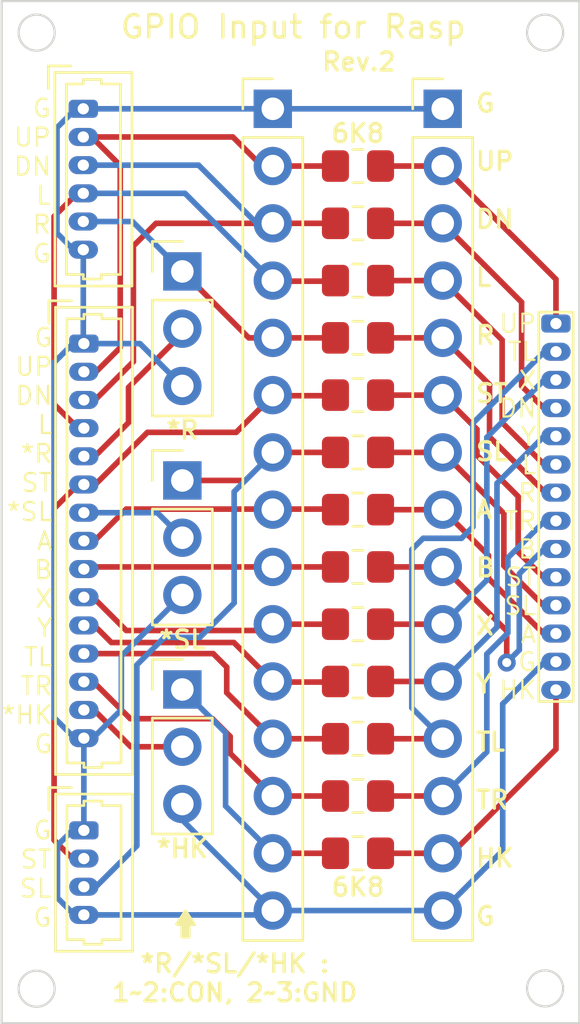
<source format=kicad_pcb>
(kicad_pcb (version 20221018) (generator pcbnew)
  (title_block (title "Raspberry Pie GPIO Input Module") (date "2023-03-26") (rev "2") (company "Amos Home"))
  (layers (0 "F.Cu" signal) (31 "B.Cu" signal) (34 "B.Paste" user) (35 "F.Paste" user) (36 "B.SilkS" user "B.Silkscreen") (37 "F.SilkS" user "F.Silkscreen") (38 "B.Mask" user) (39 "F.Mask" user) (44 "Edge.Cuts" user))
  (net 0 "")
  (net 1 "/GND")
  (net 2 "/UP")
  (net 3 "/DOWN")
  (net 4 "/LEFT")
  (net 5 "/RIGHT")
  (net 6 "/START")
  (net 7 "/SELECT")
  (net 8 "/RIGHT_T")
  (net 9 "/SELECT_T")
  (net 10 "/A")
  (net 11 "/B")
  (net 12 "/X")
  (net 13 "/Y")
  (net 14 "/TL")
  (net 15 "/TR")
  (net 16 "/HK_T")
  (net 17 "/HK")
  (net 18 "/C_UP")
  (net 19 "/C_DOWN")
  (net 20 "/C_LEFT")
  (net 21 "/C_RIGHT")
  (net 22 "/C_START")
  (net 23 "/C_SELECT")
  (net 24 "/C_A")
  (net 25 "/C_B")
  (net 26 "/C_X")
  (net 27 "/C_Y")
  (net 28 "/C_TL")
  (net 29 "/C_TR")
  (net 30 "/C_HK")
  (footprint "Resistor_SMD:R_0805_2012Metric_Pad1.20x1.40mm_HandSolder" (layer "F.Cu") (at 142.043151 110.9726)
    (fp_text reference "R10" hide)
    (fp_text value "6K8" hide)
    (fp_line (start -0.227064 -0.735) (end 0.227064 -0.735) (stroke (width 0.12)) (layer "F.SilkS"))
    (fp_line (start -0.227064 0.735) (end 0.227064 0.735) (stroke (width 0.12)) (layer "F.SilkS"))
    (pad "1" smd roundrect (at -1 0) (size 1.2 1.4) (layers "F.Cu" "F.Paste" "F.Mask") (roundrect_rratio 0.2083333333) (net 13 "/Y"))
    (pad "2" smd roundrect (at 1 0) (size 1.2 1.4) (layers "F.Cu" "F.Paste" "F.Mask") (roundrect_rratio 0.2083333333) (net 27 "/C_Y"))
  )
  (footprint "Resistor_SMD:R_0805_2012Metric_Pad1.20x1.40mm_HandSolder" (layer "F.Cu") (at 142.043151 116.0526)
    (fp_text reference "R12" hide)
    (fp_text value "6K8" hide)
    (fp_line (start -0.227064 -0.735) (end 0.227064 -0.735) (stroke (width 0.12)) (layer "F.SilkS"))
    (fp_line (start -0.227064 0.735) (end 0.227064 0.735) (stroke (width 0.12)) (layer "F.SilkS"))
    (pad "1" smd roundrect (at -1 0) (size 1.2 1.4) (layers "F.Cu" "F.Paste" "F.Mask") (roundrect_rratio 0.2083333333) (net 15 "/TR"))
    (pad "2" smd roundrect (at 1 0) (size 1.2 1.4) (layers "F.Cu" "F.Paste" "F.Mask") (roundrect_rratio 0.2083333333) (net 29 "/C_TR"))
  )
  (footprint "joystick_gpio_input_library:conn_ex_1x14_P1.25mm_Vertical_Left_Labeled" (layer "F.Cu") (at 150.8252 95.0976 -90)
    (fp_text reference "J6" hide)
    (fp_text value "Conn_01x14" hide)
    (fp_text user "TL" (at 1.2446 0.8128 unlocked) (layer "F.SilkS") (effects (font (size 0.8 0.8) (thickness 0.1)) (justify right)))
    (fp_text user "UP" (at 0 0.8128 unlocked) (layer "F.SilkS") (effects (font (size 0.8 0.8) (thickness 0.1)) (justify right)))
    (fp_text user "R" (at 7.5184 0.8128 unlocked) (layer "F.SilkS") (effects (font (size 0.8 0.8) (thickness 0.1)) (justify right)))
    (fp_text user "Y" (at 5.0038 0.8128 unlocked) (layer "F.SilkS") (effects (font (size 0.8 0.8) (thickness 0.1)) (justify right)))
    (fp_text user "B" (at 10.0076 0.8128 unlocked) (layer "F.SilkS") (effects (font (size 0.8 0.8) (thickness 0.1)) (justify right)))
    (fp_text user "G" (at 15.0114 0.8128 unlocked) (layer "F.SilkS") (effects (font (size 0.8 0.8) (thickness 0.1)) (justify right)))
    (fp_text user "X" (at 2.5146 0.8128 unlocked) (layer "F.SilkS") (effects (font (size 0.8 0.8) (thickness 0.1)) (justify right)))
    (fp_text user "L" (at 6.2738 0.8128 unlocked) (layer "F.SilkS") (effects (font (size 0.8 0.8) (thickness 0.1)) (justify right)))
    (fp_text user "HK" (at 16.256 0.8128 unlocked) (layer "F.SilkS") (effects (font (size 0.8 0.8) (thickness 0.1)) (justify right)))
    (fp_text user "ST" (at 11.2522 0.8128 unlocked) (layer "F.SilkS") (effects (font (size 0.8 0.8) (thickness 0.1)) (justify right)))
    (fp_text user "TR" (at 8.763 0.8128 unlocked) (layer "F.SilkS") (effects (font (size 0.8 0.8) (thickness 0.1)) (justify right)))
    (fp_text user "DN" (at 3.7592 0.8128 unlocked) (layer "F.SilkS") (effects (font (size 0.8 0.8) (thickness 0.1)) (justify right)))
    (fp_text user "SL" (at 12.5222 0.8128 unlocked) (layer "F.SilkS") (effects (font (size 0.8 0.8) (thickness 0.1)) (justify right)))
    (fp_text user "A" (at 13.7668 0.8128 unlocked) (layer "F.SilkS") (effects (font (size 0.8 0.8) (thickness 0.1)) (justify right)))
    (fp_line (start -0.508 -0.762) (end 16.764 -0.762) (stroke (width 0.12)) (layer "F.SilkS"))
    (fp_line (start -0.508 0.762) (end -0.508 -0.762) (stroke (width 0.12)) (layer "F.SilkS"))
    (fp_line (start 16.764 0.762) (end -0.508 0.762) (stroke (width 0.12)) (layer "F.SilkS"))
    (fp_line (start 16.764 0.762) (end 16.764 -0.762) (stroke (width 0.12)) (layer "F.SilkS"))
    (pad "1" thru_hole roundrect (at 0 0 270) (size 0.8 1.3) (drill 0.5) (layers "*.Cu" "*.Mask") (net 18 "/C_UP"))
    (pad "2" thru_hole oval (at 1.25 0 270) (size 0.8 1.3) (drill 0.5) (layers "*.Cu" "*.Mask") (net 28 "/C_TL"))
    (pad "3" thru_hole oval (at 2.5 0 270) (size 0.8 1.3) (drill 0.5) (layers "*.Cu" "*.Mask") (net 26 "/C_X"))
    (pad "4" thru_hole oval (at 3.75 0 270) (size 0.8 1.3) (drill 0.5) (layers "*.Cu" "*.Mask") (net 19 "/C_DOWN"))
    (pad "5" thru_hole oval (at 5 0 270) (size 0.8 1.3) (drill 0.5) (layers "*.Cu" "*.Mask") (net 27 "/C_Y"))
    (pad "6" thru_hole oval (at 6.25 0 270) (size 0.8 1.3) (drill 0.5) (layers "*.Cu" "*.Mask") (net 20 "/C_LEFT"))
    (pad "7" thru_hole oval (at 7.5 0 270) (size 0.8 1.3) (drill 0.5) (layers "*.Cu" "*.Mask") (net 21 "/C_RIGHT"))
    (pad "8" thru_hole oval (at 8.75 0 270) (size 0.8 1.3) (drill 0.5) (layers "*.Cu" "*.Mask") (net 29 "/C_TR"))
    (pad "9" thru_hole oval (at 10 0 270) (size 0.8 1.3) (drill 0.5) (layers "*.Cu" "*.Mask") (net 25 "/C_B"))
    (pad "10" thru_hole oval (at 11.25 0 270) (size 0.8 1.3) (drill 0.5) (layers "*.Cu" "*.Mask") (net 22 "/C_START"))
    (pad "11" thru_hole oval (at 12.5 0 270) (size 0.8 1.3) (drill 0.5) (layers "*.Cu" "*.Mask") (net 23 "/C_SELECT"))
    (pad "12" thru_hole oval (at 13.75 0 270) (size 0.8 1.3) (drill 0.5) (layers "*.Cu" "*.Mask") (net 24 "/C_A"))
    (pad "13" thru_hole oval (at 15 0 270) (size 0.8 1.3) (drill 0.5) (layers "*.Cu" "*.Mask") (net 1 "/GND"))
    (pad "14" thru_hole oval (at 16.25 0 270) (size 0.8 1.3) (drill 0.5) (layers "*.Cu" "*.Mask") (net 30 "/C_HK"))
  )
  (footprint "Resistor_SMD:R_0805_2012Metric_Pad1.20x1.40mm_HandSolder" (layer "F.Cu") (at 142.043151 118.5926)
    (fp_text reference "R13" hide)
    (fp_text value "6K8" (at 0 1.4986) (layer "F.SilkS") (effects (font (size 0.8 0.8))))
    (fp_line (start -0.227064 -0.735) (end 0.227064 -0.735) (stroke (width 0.12)) (layer "F.SilkS"))
    (fp_line (start -0.227064 0.735) (end 0.227064 0.735) (stroke (width 0.12)) (layer "F.SilkS"))
    (pad "1" smd roundrect (at -1 0) (size 1.2 1.4) (layers "F.Cu" "F.Paste" "F.Mask") (roundrect_rratio 0.2083333333) (net 17 "/HK"))
    (pad "2" smd roundrect (at 1 0) (size 1.2 1.4) (layers "F.Cu" "F.Paste" "F.Mask") (roundrect_rratio 0.2083333333) (net 30 "/C_HK"))
  )
  (footprint "Resistor_SMD:R_0805_2012Metric_Pad1.20x1.40mm_HandSolder" (layer "F.Cu") (at 142.043151 113.5126)
    (fp_text reference "R11" hide)
    (fp_text value "6K8" hide)
    (fp_line (start -0.227064 -0.735) (end 0.227064 -0.735) (stroke (width 0.12)) (layer "F.SilkS"))
    (fp_line (start -0.227064 0.735) (end 0.227064 0.735) (stroke (width 0.12)) (layer "F.SilkS"))
    (pad "1" smd roundrect (at -1 0) (size 1.2 1.4) (layers "F.Cu" "F.Paste" "F.Mask") (roundrect_rratio 0.2083333333) (net 14 "/TL"))
    (pad "2" smd roundrect (at 1 0) (size 1.2 1.4) (layers "F.Cu" "F.Paste" "F.Mask") (roundrect_rratio 0.2083333333) (net 28 "/C_TL"))
  )
  (footprint "Resistor_SMD:R_0805_2012Metric_Pad1.20x1.40mm_HandSolder" (layer "F.Cu") (at 142.043151 95.7326)
    (fp_text reference "R4" hide)
    (fp_text value "6K8" hide)
    (fp_line (start -0.227064 -0.735) (end 0.227064 -0.735) (stroke (width 0.12)) (layer "F.SilkS"))
    (fp_line (start -0.227064 0.735) (end 0.227064 0.735) (stroke (width 0.12)) (layer "F.SilkS"))
    (pad "1" smd roundrect (at -1 0) (size 1.2 1.4) (layers "F.Cu" "F.Paste" "F.Mask") (roundrect_rratio 0.2083333333) (net 5 "/RIGHT"))
    (pad "2" smd roundrect (at 1 0) (size 1.2 1.4) (layers "F.Cu" "F.Paste" "F.Mask") (roundrect_rratio 0.2083333333) (net 21 "/C_RIGHT"))
  )
  (footprint "Resistor_SMD:R_0805_2012Metric_Pad1.20x1.40mm_HandSolder" (layer "F.Cu") (at 142.043151 108.4326)
    (fp_text reference "R9" hide)
    (fp_text value "6K8" hide)
    (fp_line (start -0.227064 -0.735) (end 0.227064 -0.735) (stroke (width 0.12)) (layer "F.SilkS"))
    (fp_line (start -0.227064 0.735) (end 0.227064 0.735) (stroke (width 0.12)) (layer "F.SilkS"))
    (pad "1" smd roundrect (at -1 0) (size 1.2 1.4) (layers "F.Cu" "F.Paste" "F.Mask") (roundrect_rratio 0.2083333333) (net 12 "/X"))
    (pad "2" smd roundrect (at 1 0) (size 1.2 1.4) (layers "F.Cu" "F.Paste" "F.Mask") (roundrect_rratio 0.2083333333) (net 26 "/C_X"))
  )
  (footprint "Resistor_SMD:R_0805_2012Metric_Pad1.20x1.40mm_HandSolder" (layer "F.Cu") (at 142.043151 98.2726)
    (fp_text reference "R5" hide)
    (fp_text value "6K8" hide)
    (fp_line (start -0.227064 -0.735) (end 0.227064 -0.735) (stroke (width 0.12)) (layer "F.SilkS"))
    (fp_line (start -0.227064 0.735) (end 0.227064 0.735) (stroke (width 0.12)) (layer "F.SilkS"))
    (pad "1" smd roundrect (at -1 0) (size 1.2 1.4) (layers "F.Cu" "F.Paste" "F.Mask") (roundrect_rratio 0.2083333333) (net 6 "/START"))
    (pad "2" smd roundrect (at 1 0) (size 1.2 1.4) (layers "F.Cu" "F.Paste" "F.Mask") (roundrect_rratio 0.2083333333) (net 22 "/C_START"))
  )
  (footprint "Connector_PinHeader_2.54mm:PinHeader_1x03_P2.54mm_Vertical" (layer "F.Cu") (at 134.251 111.3282)
    (fp_text reference "JP3" hide)
    (fp_text value "Conn_01x03" hide)
    (fp_line (start -1.33 -1.33) (end 0 -1.33) (stroke (width 0.12)) (layer "F.SilkS"))
    (fp_line (start -1.33 0) (end -1.33 -1.33) (stroke (width 0.12)) (layer "F.SilkS"))
    (fp_line (start -1.33 1.27) (end -1.33 6.41) (stroke (width 0.12)) (layer "F.SilkS"))
    (fp_line (start -1.33 1.27) (end 1.33 1.27) (stroke (width 0.12)) (layer "F.SilkS"))
    (fp_line (start -1.33 6.41) (end 1.33 6.41) (stroke (width 0.12)) (layer "F.SilkS"))
    (fp_line (start 1.33 1.27) (end 1.33 6.41) (stroke (width 0.12)) (layer "F.SilkS"))
    (pad "1" thru_hole rect (at 0 0) (size 1.7 1.7) (drill 1) (layers "*.Cu" "*.Mask") (net 17 "/HK"))
    (pad "2" thru_hole oval (at 0 2.54) (size 1.7 1.7) (drill 1) (layers "*.Cu" "*.Mask") (net 16 "/HK_T"))
    (pad "3" thru_hole oval (at 0 5.08) (size 1.7 1.7) (drill 1) (layers "*.Cu" "*.Mask") (net 1 "/GND"))
  )
  (footprint "Resistor_SMD:R_0805_2012Metric_Pad1.20x1.40mm_HandSolder" (layer "F.Cu") (at 142.043151 90.6526)
    (fp_text reference "R2" hide)
    (fp_text value "6K8" hide)
    (fp_line (start -0.227064 -0.735) (end 0.227064 -0.735) (stroke (width 0.12)) (layer "F.SilkS"))
    (fp_line (start -0.227064 0.735) (end 0.227064 0.735) (stroke (width 0.12)) (layer "F.SilkS"))
    (pad "1" smd roundrect (at -1 0) (size 1.2 1.4) (layers "F.Cu" "F.Paste" "F.Mask") (roundrect_rratio 0.2083333333) (net 3 "/DOWN"))
    (pad "2" smd roundrect (at 1 0) (size 1.2 1.4) (layers "F.Cu" "F.Paste" "F.Mask") (roundrect_rratio 0.2083333333) (net 19 "/C_DOWN"))
  )
  (footprint "Connector_Molex:Molex_PicoBlade_53047-0610_1x06_P1.25mm_Vertical" (layer "F.Cu") (at 129.8568 85.5726 -90)
    (fp_text reference "J4" hide)
    (fp_text value "Conn_01x06" hide)
    (fp_line (start -1.9 1.55) (end -1.9 0.55) (stroke (width 0.12)) (layer "F.SilkS"))
    (fp_line (start -1.9 1.55) (end -0.9 1.55) (stroke (width 0.12)) (layer "F.SilkS"))
    (fp_line (start -1.61 -2.16) (end -1.61 1.26) (stroke (width 0.12)) (layer "F.SilkS"))
    (fp_line (start -1.61 1.26) (end 7.86 1.26) (stroke (width 0.12)) (layer "F.SilkS"))
    (fp_line (start -1.3 -0.8) (end -1.1 -0.8) (stroke (width 0.12)) (layer "F.SilkS"))
    (fp_line (start -1.3 0) (end -1.3 -0.8) (stroke (width 0.12)) (layer "F.SilkS"))
    (fp_line (start -1.1 -1.65) (end 3.125 -1.65) (stroke (width 0.12)) (layer "F.SilkS"))
    (fp_line (start -1.1 -0.8) (end -1.1 -1.65) (stroke (width 0.12)) (layer "F.SilkS"))
    (fp_line (start -1.1 0) (end -1.3 0) (stroke (width 0.12)) (layer "F.SilkS"))
    (fp_line (start -1.1 0.75) (end -1.1 0) (stroke (width 0.12)) (layer "F.SilkS"))
    (fp_line (start 3.125 0.75) (end -1.1 0.75) (stroke (width 0.12)) (layer "F.SilkS"))
    (fp_line (start 3.125 0.75) (end 7.35 0.75) (stroke (width 0.12)) (layer "F.SilkS"))
    (fp_line (start 7.35 -1.65) (end 3.125 -1.65) (stroke (width 0.12)) (layer "F.SilkS"))
    (fp_line (start 7.35 -0.8) (end 7.35 -1.65) (stroke (width 0.12)) (layer "F.SilkS"))
    (fp_line (start 7.35 0) (end 7.55 0) (stroke (width 0.12)) (layer "F.SilkS"))
    (fp_line (start 7.35 0.75) (end 7.35 0) (stroke (width 0.12)) (layer "F.SilkS"))
    (fp_line (start 7.55 -0.8) (end 7.35 -0.8) (stroke (width 0.12)) (layer "F.SilkS"))
    (fp_line (start 7.55 0) (end 7.55 -0.8) (stroke (width 0.12)) (layer "F.SilkS"))
    (fp_line (start 7.86 -2.16) (end -1.61 -2.16) (stroke (width 0.12)) (layer "F.SilkS"))
    (fp_line (start 7.86 1.26) (end 7.86 -2.16) (stroke (width 0.12)) (layer "F.SilkS"))
    (pad "1" thru_hole roundrect (at 0 0 270) (size 0.8 1.3) (drill 0.5) (layers "*.Cu" "*.Mask") (net 1 "/GND"))
    (pad "2" thru_hole oval (at 1.25 0 270) (size 0.8 1.3) (drill 0.5) (layers "*.Cu" "*.Mask") (net 2 "/UP"))
    (pad "3" thru_hole oval (at 2.5 0 270) (size 0.8 1.3) (drill 0.5) (layers "*.Cu" "*.Mask") (net 3 "/DOWN"))
    (pad "4" thru_hole oval (at 3.75 0 270) (size 0.8 1.3) (drill 0.5) (layers "*.Cu" "*.Mask") (net 4 "/LEFT"))
    (pad "5" thru_hole oval (at 5 0 270) (size 0.8 1.3) (drill 0.5) (layers "*.Cu" "*.Mask") (net 5 "/RIGHT"))
    (pad "6" thru_hole oval (at 6.25 0 270) (size 0.8 1.3) (drill 0.5) (layers "*.Cu" "*.Mask") (net 1 "/GND"))
  )
  (footprint "Connector_PinHeader_2.54mm:PinHeader_1x15_P2.54mm_Vertical" (layer "F.Cu") (at 138.2642 85.5726)
    (fp_text reference "J1" hide)
    (fp_text value "Conn_01x15" hide)
    (fp_line (start -1.33 -1.33) (end 0 -1.33) (stroke (width 0.12)) (layer "F.SilkS"))
    (fp_line (start -1.33 0) (end -1.33 -1.33) (stroke (width 0.12)) (layer "F.SilkS"))
    (fp_line (start -1.33 1.27) (end -1.33 36.89) (stroke (width 0.12)) (layer "F.SilkS"))
    (fp_line (start -1.33 1.27) (end 1.33 1.27) (stroke (width 0.12)) (layer "F.SilkS"))
    (fp_line (start -1.33 36.89) (end 1.33 36.89) (stroke (width 0.12)) (layer "F.SilkS"))
    (fp_line (start 1.33 1.27) (end 1.33 36.89) (stroke (width 0.12)) (layer "F.SilkS"))
    (pad "1" thru_hole rect (at 0 0) (size 1.7 1.7) (drill 1) (layers "*.Cu" "*.Mask") (net 1 "/GND"))
    (pad "2" thru_hole oval (at 0 2.54) (size 1.7 1.7) (drill 1) (layers "*.Cu" "*.Mask") (net 2 "/UP"))
    (pad "3" thru_hole oval (at 0 5.08) (size 1.7 1.7) (drill 1) (layers "*.Cu" "*.Mask") (net 3 "/DOWN"))
    (pad "4" thru_hole oval (at 0 7.62) (size 1.7 1.7) (drill 1) (layers "*.Cu" "*.Mask") (net 4 "/LEFT"))
    (pad "5" thru_hole oval (at 0 10.16) (size 1.7 1.7) (drill 1) (layers "*.Cu" "*.Mask") (net 5 "/RIGHT"))
    (pad "6" thru_hole oval (at 0 12.7) (size 1.7 1.7) (drill 1) (layers "*.Cu" "*.Mask") (net 6 "/START"))
    (pad "7" thru_hole oval (at 0 15.24) (size 1.7 1.7) (drill 1) (layers "*.Cu" "*.Mask") (net 7 "/SELECT"))
    (pad "8" thru_hole oval (at 0 17.78) (size 1.7 1.7) (drill 1) (layers "*.Cu" "*.Mask") (net 10 "/A"))
    (pad "9" thru_hole oval (at 0 20.32) (size 1.7 1.7) (drill 1) (layers "*.Cu" "*.Mask") (net 11 "/B"))
    (pad "10" thru_hole oval (at 0 22.86) (size 1.7 1.7) (drill 1) (layers "*.Cu" "*.Mask") (net 12 "/X"))
    (pad "11" thru_hole oval (at 0 25.4) (size 1.7 1.7) (drill 1) (layers "*.Cu" "*.Mask") (net 13 "/Y"))
    (pad "12" thru_hole oval (at 0 27.94) (size 1.7 1.7) (drill 1) (layers "*.Cu" "*.Mask") (net 14 "/TL"))
    (pad "13" thru_hole oval (at 0 30.48) (size 1.7 1.7) (drill 1) (layers "*.Cu" "*.Mask") (net 15 "/TR"))
    (pad "14" thru_hole oval (at 0 33.02) (size 1.7 1.7) (drill 1) (layers "*.Cu" "*.Mask") (net 17 "/HK"))
    (pad "15" thru_hole oval (at 0 35.56) (size 1.7 1.7) (drill 1) (layers "*.Cu" "*.Mask") (net 1 "/GND"))
  )
  (footprint "Resistor_SMD:R_0805_2012Metric_Pad1.20x1.40mm_HandSolder" (layer "F.Cu") (at 142.043151 105.8926)
    (fp_text reference "R8" hide)
    (fp_text value "6K8" hide)
    (fp_line (start -0.227064 -0.735) (end 0.227064 -0.735) (stroke (width 0.12)) (layer "F.SilkS"))
    (fp_line (start -0.227064 0.735) (end 0.227064 0.735) (stroke (width 0.12)) (layer "F.SilkS"))
    (pad "1" smd roundrect (at -1 0) (size 1.2 1.4) (layers "F.Cu" "F.Paste" "F.Mask") (roundrect_rratio 0.2083333333) (net 11 "/B"))
    (pad "2" smd roundrect (at 1 0) (size 1.2 1.4) (layers "F.Cu" "F.Paste" "F.Mask") (roundrect_rratio 0.2083333333) (net 25 "/C_B"))
  )
  (footprint "Resistor_SMD:R_0805_2012Metric_Pad1.20x1.40mm_HandSolder" (layer "F.Cu") (at 142.043151 93.1926)
    (fp_text reference "R3" hide)
    (fp_text value "6K8" hide)
    (fp_line (start -0.227064 -0.735) (end 0.227064 -0.735) (stroke (width 0.12)) (layer "F.SilkS"))
    (fp_line (start -0.227064 0.735) (end 0.227064 0.735) (stroke (width 0.12)) (layer "F.SilkS"))
    (pad "1" smd roundrect (at -1 0) (size 1.2 1.4) (layers "F.Cu" "F.Paste" "F.Mask") (roundrect_rratio 0.2083333333) (net 4 "/LEFT"))
    (pad "2" smd roundrect (at 1 0) (size 1.2 1.4) (layers "F.Cu" "F.Paste" "F.Mask") (roundrect_rratio 0.2083333333) (net 20 "/C_LEFT"))
  )
  (footprint "Connector_Molex:Molex_PicoBlade_53047-1510_1x15_P1.25mm_Vertical" (layer "F.Cu") (at 129.8822 95.9866 -90)
    (fp_text reference "J3" hide)
    (fp_text value "Conn_01x15" hide)
    (fp_line (start -1.9 1.55) (end -1.9 0.55) (stroke (width 0.12)) (layer "F.SilkS"))
    (fp_line (start -1.9 1.55) (end -0.9 1.55) (stroke (width 0.12)) (layer "F.SilkS"))
    (fp_line (start -1.61 -2.16) (end -1.61 1.26) (stroke (width 0.12)) (layer "F.SilkS"))
    (fp_line (start -1.61 1.26) (end 19.11 1.26) (stroke (width 0.12)) (layer "F.SilkS"))
    (fp_line (start -1.3 -0.8) (end -1.1 -0.8) (stroke (width 0.12)) (layer "F.SilkS"))
    (fp_line (start -1.3 0) (end -1.3 -0.8) (stroke (width 0.12)) (layer "F.SilkS"))
    (fp_line (start -1.1 -1.65) (end 8.75 -1.65) (stroke (width 0.12)) (layer "F.SilkS"))
    (fp_line (start -1.1 -0.8) (end -1.1 -1.65) (stroke (width 0.12)) (layer "F.SilkS"))
    (fp_line (start -1.1 0) (end -1.3 0) (stroke (width 0.12)) (layer "F.SilkS"))
    (fp_line (start -1.1 0.75) (end -1.1 0) (stroke (width 0.12)) (layer "F.SilkS"))
    (fp_line (start 8.75 0.75) (end -1.1 0.75) (stroke (width 0.12)) (layer "F.SilkS"))
    (fp_line (start 8.75 0.75) (end 18.6 0.75) (stroke (width 0.12)) (layer "F.SilkS"))
    (fp_line (start 18.6 -1.65) (end 8.75 -1.65) (stroke (width 0.12)) (layer "F.SilkS"))
    (fp_line (start 18.6 -0.8) (end 18.6 -1.65) (stroke (width 0.12)) (layer "F.SilkS"))
    (fp_line (start 18.6 0) (end 18.8 0) (stroke (width 0.12)) (layer "F.SilkS"))
    (fp_line (start 18.6 0.75) (end 18.6 0) (stroke (width 0.12)) (layer "F.SilkS"))
    (fp_line (start 18.8 -0.8) (end 18.6 -0.8) (stroke (width 0.12)) (layer "F.SilkS"))
    (fp_line (start 18.8 0) (end 18.8 -0.8) (stroke (width 0.12)) (layer "F.SilkS"))
    (fp_line (start 19.11 -2.16) (end -1.61 -2.16) (stroke (width 0.12)) (layer "F.SilkS"))
    (fp_line (start 19.11 1.26) (end 19.11 -2.16) (stroke (width 0.12)) (layer "F.SilkS"))
    (pad "1" thru_hole roundrect (at 0 0 270) (size 0.8 1.3) (drill 0.5) (layers "*.Cu" "*.Mask") (net 1 "/GND"))
    (pad "2" thru_hole oval (at 1.25 0 270) (size 0.8 1.3) (drill 0.5) (layers "*.Cu" "*.Mask") (net 2 "/UP"))
    (pad "3" thru_hole oval (at 2.5 0 270) (size 0.8 1.3) (drill 0.5) (layers "*.Cu" "*.Mask") (net 3 "/DOWN"))
    (pad "4" thru_hole oval (at 3.75 0 270) (size 0.8 1.3) (drill 0.5) (layers "*.Cu" "*.Mask") (net 4 "/LEFT"))
    (pad "5" thru_hole oval (at 5 0 270) (size 0.8 1.3) (drill 0.5) (layers "*.Cu" "*.Mask") (net 8 "/RIGHT_T"))
    (pad "6" thru_hole oval (at 6.25 0 270) (size 0.8 1.3) (drill 0.5) (layers "*.Cu" "*.Mask") (net 6 "/START"))
    (pad "7" thru_hole oval (at 7.5 0 270) (size 0.8 1.3) (drill 0.5) (layers "*.Cu" "*.Mask") (net 9 "/SELECT_T"))
    (pad "8" thru_hole oval (at 8.75 0 270) (size 0.8 1.3) (drill 0.5) (layers "*.Cu" "*.Mask") (net 10 "/A"))
    (pad "9" thru_hole oval (at 10 0 270) (size 0.8 1.3) (drill 0.5) (layers "*.Cu" "*.Mask") (net 11 "/B"))
    (pad "10" thru_hole oval (at 11.25 0 270) (size 0.8 1.3) (drill 0.5) (layers "*.Cu" "*.Mask") (net 12 "/X"))
    (pad "11" thru_hole oval (at 12.5 0 270) (size 0.8 1.3) (drill 0.5) (layers "*.Cu" "*.Mask") (net 13 "/Y"))
    (pad "12" thru_hole oval (at 13.75 0 270) (size 0.8 1.3) (drill 0.5) (layers "*.Cu" "*.Mask") (net 14 "/TL"))
    (pad "13" thru_hole oval (at 15 0 270) (size 0.8 1.3) (drill 0.5) (layers "*.Cu" "*.Mask") (net 15 "/TR"))
    (pad "14" thru_hole oval (at 16.25 0 270) (size 0.8 1.3) (drill 0.5) (layers "*.Cu" "*.Mask") (net 16 "/HK_T"))
    (pad "15" thru_hole oval (at 17.5 0 270) (size 0.8 1.3) (drill 0.5) (layers "*.Cu" "*.Mask") (net 1 "/GND"))
  )
  (footprint "Connector_PinHeader_2.54mm:PinHeader_1x03_P2.54mm_Vertical" (layer "F.Cu") (at 134.251 92.7862)
    (fp_text reference "JP1" hide)
    (fp_text value "Conn_01x03" hide)
    (fp_line (start -1.33 -1.33) (end 0 -1.33) (stroke (width 0.12)) (layer "F.SilkS"))
    (fp_line (start -1.33 0) (end -1.33 -1.33) (stroke (width 0.12)) (layer "F.SilkS"))
    (fp_line (start -1.33 1.27) (end -1.33 6.41) (stroke (width 0.12)) (layer "F.SilkS"))
    (fp_line (start -1.33 1.27) (end 1.33 1.27) (stroke (width 0.12)) (layer "F.SilkS"))
    (fp_line (start -1.33 6.41) (end 1.33 6.41) (stroke (width 0.12)) (layer "F.SilkS"))
    (fp_line (start 1.33 1.27) (end 1.33 6.41) (stroke (width 0.12)) (layer "F.SilkS"))
    (pad "1" thru_hole rect (at 0 0) (size 1.7 1.7) (drill 1) (layers "*.Cu" "*.Mask") (net 5 "/RIGHT"))
    (pad "2" thru_hole oval (at 0 2.54) (size 1.7 1.7) (drill 1) (layers "*.Cu" "*.Mask") (net 8 "/RIGHT_T"))
    (pad "3" thru_hole oval (at 0 5.08) (size 1.7 1.7) (drill 1) (layers "*.Cu" "*.Mask") (net 1 "/GND"))
  )
  (footprint "Connector_PinHeader_2.54mm:PinHeader_1x15_P2.54mm_Vertical" (layer "F.Cu") (at 145.802351 85.5726)
    (fp_text reference "J2" hide)
    (fp_text value "Conn_01x15" hide)
    (fp_line (start -1.33 -1.33) (end 0 -1.33) (stroke (width 0.12)) (layer "F.SilkS"))
    (fp_line (start -1.33 0) (end -1.33 -1.33) (stroke (width 0.12)) (layer "F.SilkS"))
    (fp_line (start -1.33 1.27) (end -1.33 36.89) (stroke (width 0.12)) (layer "F.SilkS"))
    (fp_line (start -1.33 1.27) (end 1.33 1.27) (stroke (width 0.12)) (layer "F.SilkS"))
    (fp_line (start -1.33 36.89) (end 1.33 36.89) (stroke (width 0.12)) (layer "F.SilkS"))
    (fp_line (start 1.33 1.27) (end 1.33 36.89) (stroke (width 0.12)) (layer "F.SilkS"))
    (pad "1" thru_hole rect (at 0 0) (size 1.7 1.7) (drill 1) (layers "*.Cu" "*.Mask") (net 1 "/GND"))
    (pad "2" thru_hole oval (at 0 2.54) (size 1.7 1.7) (drill 1) (layers "*.Cu" "*.Mask") (net 18 "/C_UP"))
    (pad "3" thru_hole oval (at 0 5.08) (size 1.7 1.7) (drill 1) (layers "*.Cu" "*.Mask") (net 19 "/C_DOWN"))
    (pad "4" thru_hole oval (at 0 7.62) (size 1.7 1.7) (drill 1) (layers "*.Cu" "*.Mask") (net 20 "/C_LEFT"))
    (pad "5" thru_hole oval (at 0 10.16) (size 1.7 1.7) (drill 1) (layers "*.Cu" "*.Mask") (net 21 "/C_RIGHT"))
    (pad "6" thru_hole oval (at 0 12.7) (size 1.7 1.7) (drill 1) (layers "*.Cu" "*.Mask") (net 22 "/C_START"))
    (pad "7" thru_hole oval (at 0 15.24) (size 1.7 1.7) (drill 1) (layers "*.Cu" "*.Mask") (net 23 "/C_SELECT"))
    (pad "8" thru_hole oval (at 0 17.78) (size 1.7 1.7) (drill 1) (layers "*.Cu" "*.Mask") (net 24 "/C_A"))
    (pad "9" thru_hole oval (at 0 20.32) (size 1.7 1.7) (drill 1) (layers "*.Cu" "*.Mask") (net 25 "/C_B"))
    (pad "10" thru_hole oval (at 0 22.86) (size 1.7 1.7) (drill 1) (layers "*.Cu" "*.Mask") (net 26 "/C_X"))
    (pad "11" thru_hole oval (at 0 25.4) (size 1.7 1.7) (drill 1) (layers "*.Cu" "*.Mask") (net 27 "/C_Y"))
    (pad "12" thru_hole oval (at 0 27.94) (size 1.7 1.7) (drill 1) (layers "*.Cu" "*.Mask") (net 28 "/C_TL"))
    (pad "13" thru_hole oval (at 0 30.48) (size 1.7 1.7) (drill 1) (layers "*.Cu" "*.Mask") (net 29 "/C_TR"))
    (pad "14" thru_hole oval (at 0 33.02) (size 1.7 1.7) (drill 1) (layers "*.Cu" "*.Mask") (net 30 "/C_HK"))
    (pad "15" thru_hole oval (at 0 35.56) (size 1.7 1.7) (drill 1) (layers "*.Cu" "*.Mask") (net 1 "/GND"))
  )
  (footprint "Connector_PinHeader_2.54mm:PinHeader_1x03_P2.54mm_Vertical" (layer "F.Cu") (at 134.251 102.0572)
    (fp_text reference "JP2" hide)
    (fp_text value "Conn_01x03" hide)
    (fp_line (start -1.33 -1.33) (end 0 -1.33) (stroke (width 0.12)) (layer "F.SilkS"))
    (fp_line (start -1.33 0) (end -1.33 -1.33) (stroke (width 0.12)) (layer "F.SilkS"))
    (fp_line (start -1.33 1.27) (end -1.33 6.41) (stroke (width 0.12)) (layer "F.SilkS"))
    (fp_line (start -1.33 1.27) (end 1.33 1.27) (stroke (width 0.12)) (layer "F.SilkS"))
    (fp_line (start -1.33 6.41) (end 1.33 6.41) (stroke (width 0.12)) (layer "F.SilkS"))
    (fp_line (start 1.33 1.27) (end 1.33 6.41) (stroke (width 0.12)) (layer "F.SilkS"))
    (pad "1" thru_hole rect (at 0 0) (size 1.7 1.7) (drill 1) (layers "*.Cu" "*.Mask") (net 7 "/SELECT"))
    (pad "2" thru_hole oval (at 0 2.54) (size 1.7 1.7) (drill 1) (layers "*.Cu" "*.Mask") (net 9 "/SELECT_T"))
    (pad "3" thru_hole oval (at 0 5.08) (size 1.7 1.7) (drill 1) (layers "*.Cu" "*.Mask") (net 1 "/GND"))
  )
  (footprint "Connector_Molex:Molex_PicoBlade_53047-0410_1x04_P1.25mm_Vertical" (layer "F.Cu") (at 129.8822 117.5766 -90)
    (fp_text reference "J5" hide)
    (fp_text value "Conn_01x04" hide)
    (fp_line (start -1.9 1.55) (end -1.9 0.55) (stroke (width 0.12)) (layer "F.SilkS"))
    (fp_line (start -1.9 1.55) (end -0.9 1.55) (stroke (width 0.12)) (layer "F.SilkS"))
    (fp_line (start -1.61 -2.16) (end -1.61 1.26) (stroke (width 0.12)) (layer "F.SilkS"))
    (fp_line (start -1.61 1.26) (end 5.36 1.26) (stroke (width 0.12)) (layer "F.SilkS"))
    (fp_line (start -1.3 -0.8) (end -1.1 -0.8) (stroke (width 0.12)) (layer "F.SilkS"))
    (fp_line (start -1.3 0) (end -1.3 -0.8) (stroke (width 0.12)) (layer "F.SilkS"))
    (fp_line (start -1.1 -1.65) (end 1.875 -1.65) (stroke (width 0.12)) (layer "F.SilkS"))
    (fp_line (start -1.1 -0.8) (end -1.1 -1.65) (stroke (width 0.12)) (layer "F.SilkS"))
    (fp_line (start -1.1 0) (end -1.3 0) (stroke (width 0.12)) (layer "F.SilkS"))
    (fp_line (start -1.1 0.75) (end -1.1 0) (stroke (width 0.12)) (layer "F.SilkS"))
    (fp_line (start 1.875 0.75) (end -1.1 0.75) (stroke (width 0.12)) (layer "F.SilkS"))
    (fp_line (start 1.875 0.75) (end 4.85 0.75) (stroke (width 0.12)) (layer "F.SilkS"))
    (fp_line (start 4.85 -1.65) (end 1.875 -1.65) (stroke (width 0.12)) (layer "F.SilkS"))
    (fp_line (start 4.85 -0.8) (end 4.85 -1.65) (stroke (width 0.12)) (layer "F.SilkS"))
    (fp_line (start 4.85 0) (end 5.05 0) (stroke (width 0.12)) (layer "F.SilkS"))
    (fp_line (start 4.85 0.75) (end 4.85 0) (stroke (width 0.12)) (layer "F.SilkS"))
    (fp_line (start 5.05 -0.8) (end 4.85 -0.8) (stroke (width 0.12)) (layer "F.SilkS"))
    (fp_line (start 5.05 0) (end 5.05 -0.8) (stroke (width 0.12)) (layer "F.SilkS"))
    (fp_line (start 5.36 -2.16) (end -1.61 -2.16) (stroke (width 0.12)) (layer "F.SilkS"))
    (fp_line (start 5.36 1.26) (end 5.36 -2.16) (stroke (width 0.12)) (layer "F.SilkS"))
    (pad "1" thru_hole roundrect (at 0 0 270) (size 0.8 1.3) (drill 0.5) (layers "*.Cu" "*.Mask") (net 1 "/GND"))
    (pad "2" thru_hole oval (at 1.25 0 270) (size 0.8 1.3) (drill 0.5) (layers "*.Cu" "*.Mask") (net 6 "/START"))
    (pad "3" thru_hole oval (at 2.5 0 270) (size 0.8 1.3) (drill 0.5) (layers "*.Cu" "*.Mask") (net 7 "/SELECT"))
    (pad "4" thru_hole oval (at 3.75 0 270) (size 0.8 1.3) (drill 0.5) (layers "*.Cu" "*.Mask") (net 1 "/GND"))
  )
  (footprint "Resistor_SMD:R_0805_2012Metric_Pad1.20x1.40mm_HandSolder" (layer "F.Cu") (at 142.043151 103.3526)
    (fp_text reference "R7" hide)
    (fp_text value "6K8" hide)
    (fp_line (start -0.227064 -0.735) (end 0.227064 -0.735) (stroke (width 0.12)) (layer "F.SilkS"))
    (fp_line (start -0.227064 0.735) (end 0.227064 0.735) (stroke (width 0.12)) (layer "F.SilkS"))
    (pad "1" smd roundrect (at -1 0) (size 1.2 1.4) (layers "F.Cu" "F.Paste" "F.Mask") (roundrect_rratio 0.2083333333) (net 10 "/A"))
    (pad "2" smd roundrect (at 1 0) (size 1.2 1.4) (layers "F.Cu" "F.Paste" "F.Mask") (roundrect_rratio 0.2083333333) (net 24 "/C_A"))
  )
  (footprint "Resistor_SMD:R_0805_2012Metric_Pad1.20x1.40mm_HandSolder" (layer "F.Cu") (at 142.043151 100.8126)
    (fp_text reference "R6" hide)
    (fp_text value "6K8" hide)
    (fp_line (start -0.227064 -0.735) (end 0.227064 -0.735) (stroke (width 0.12)) (layer "F.SilkS"))
    (fp_line (start -0.227064 0.735) (end 0.227064 0.735) (stroke (width 0.12)) (layer "F.SilkS"))
    (pad "1" smd roundrect (at -1 0) (size 1.2 1.4) (layers "F.Cu" "F.Paste" "F.Mask") (roundrect_rratio 0.2083333333) (net 7 "/SELECT"))
    (pad "2" smd roundrect (at 1 0) (size 1.2 1.4) (layers "F.Cu" "F.Paste" "F.Mask") (roundrect_rratio 0.2083333333) (net 23 "/C_SELECT"))
  )
  (footprint "Resistor_SMD:R_0805_2012Metric_Pad1.20x1.40mm_HandSolder" (layer "F.Cu") (at 142.043151 88.1126)
    (fp_text reference "R1" hide)
    (fp_text value "6K8" hide)
    (fp_line (start -0.227064 -0.735) (end 0.227064 -0.735) (stroke (width 0.12)) (layer "F.SilkS"))
    (fp_line (start -0.227064 0.735) (end 0.227064 0.735) (stroke (width 0.12)) (layer "F.SilkS"))
    (pad "1" smd roundrect (at -1 0) (size 1.2 1.4) (layers "F.Cu" "F.Paste" "F.Mask") (roundrect_rratio 0.2083333333) (net 2 "/UP"))
    (pad "2" smd roundrect (at 1 0) (size 1.2 1.4) (layers "F.Cu" "F.Paste" "F.Mask") (roundrect_rratio 0.2083333333) (net 18 "/C_UP"))
  )
  (gr_poly (pts (xy 134.3914 121.158) (xy 134.7724 121.7422) (xy 134.5438 121.7422) (xy 134.5438 122.301) (xy 134.239 122.301) (xy 134.239 121.7422) (xy 134.0104 121.7422)) (stroke (width 0.15)) (fill solid) (layer "F.SilkS"))
  (gr_circle (center 127.7874 124.5998) (end 128.5874 124.5998) (stroke (width 0.1)) (fill none) (layer "Edge.Cuts"))
  (gr_circle (center 127.7874 82.1944) (end 128.5874 82.1944) (stroke (width 0.1)) (fill none) (layer "Edge.Cuts"))
  (gr_circle (center 150.3426 124.587) (end 151.1426 124.587) (stroke (width 0.1)) (fill none) (layer "Edge.Cuts"))
  (gr_rect (start 126.238 80.7974) (end 151.8666 126.1364) (stroke (width 0.1)) (fill none) (layer "Edge.Cuts"))
  (gr_circle (center 150.3426 82.1944) (end 151.1426 82.1944) (stroke (width 0.1)) (fill none) (layer "Edge.Cuts"))
  (gr_text "G\nST\nSL\nG" (at 128.5106 119.507) (layer "F.SilkS") (effects (font (size 0.8 0.8) (thickness 0.1)) (justify right)))
  (gr_text "*R/*SL/*HK :\n1~2:CON, 2~3:GND" (at 136.5758 124.1298) (layer "F.SilkS") (effects (font (size 0.8 0.8))))
  (gr_text "G\nUP\nDN\nL\n*R\nST\n*SL\nA\nB\nX\nY\nTL\nTR\n*HK\nG" (at 128.5494 104.7366) (layer "F.SilkS") (effects (font (size 0.8 0.8) (thickness 0.1)) (justify right)))
  (gr_text "G\nUP\nDN\nL\nR\nG" (at 128.4852 88.773) (layer "F.SilkS") (effects (font (size 0.8 0.8) (thickness 0.1)) (justify right)))
  (gr_text "*R" (at 134.251 99.822) (layer "F.SilkS") (effects (font (size 0.8 0.8))))
  (gr_text "GPIO Input for Rasp" (at 139.1666 81.9404) (layer "F.SilkS") (effects (font (size 1 1))))
  (gr_text "*HK" (at 134.251 118.3894) (layer "F.SilkS") (effects (font (size 0.8 0.8))))
  (gr_text "*SL" (at 134.251 109.1238) (layer "F.SilkS") (effects (font (size 0.8 0.8))))
  (gr_text "Rev.2" (at 142.0876 83.4898) (layer "F.SilkS") (effects (font (size 0.8 0.8))))
  (gr_text "G\n\nUP\n\nDN\n\nL\n\nR\n\nST\n\nSL\n\nA\n\nB\n\nX\n\nY\n\nTL\n\nTR\n\nHK\n\nG" (at 147.193 103.3526) (layer "F.SilkS") (effects (font (size 0.8 0.8)) (justify left)))
  (gr_text "6K8" (at 142.0368 86.6648) (layer "F.SilkS") (effects (font (size 0.8 0.8))))
  (segment (start 128.6884 86.411701) (end 129.527501 85.5726) (width 0.25) (layer "B.Cu") (net 1))
  (segment (start 132.3714 95.9866) (end 134.251 97.8662) (width 0.25) (layer "B.Cu") (net 1))
  (segment (start 129.8822 113.4866) (end 130.2822 113.4866) (width 0.25) (layer "B.Cu") (net 1))
  (segment (start 131.5466 112.2222) (end 131.5466 109.8416) (width 0.25) (layer "B.Cu") (net 1))
  (segment (start 128.5614 96.825701) (end 129.400501 95.9866) (width 0.25) (layer "B.Cu") (net 1))
  (segment (start 129.8568 85.5726) (end 138.2642 85.5726) (width 0.25) (layer "B.Cu") (net 1))
  (segment (start 129.8822 113.4866) (end 129.8822 117.5766) (width 0.25) (layer "B.Cu") (net 1))
  (segment (start 138.290501 121.1326) (end 145.802351 121.1326) (width 0.25) (layer "B.Cu") (net 1))
  (segment (start 131.5466 109.8416) (end 134.251 107.1372) (width 0.25) (layer "B.Cu") (net 1))
  (segment (start 134.251 116.4082) (end 134.251 117.1194) (width 0.25) (layer "B.Cu") (net 1))
  (segment (start 129.8568 91.8226) (end 129.425699 91.8226) (width 0.25) (layer "B.Cu") (net 1))
  (segment (start 129.8822 121.3266) (end 129.465699 121.3266) (width 0.25) (layer "B.Cu") (net 1))
  (segment (start 128.7138 118.237901) (end 129.375101 117.5766) (width 0.25) (layer "B.Cu") (net 1))
  (segment (start 128.7138 120.574701) (end 128.7138 118.237901) (width 0.25) (layer "B.Cu") (net 1))
  (segment (start 130.2822 113.4866) (end 131.5466 112.2222) (width 0.25) (layer "B.Cu") (net 1))
  (segment (start 129.8822 95.9866) (end 132.3714 95.9866) (width 0.25) (layer "B.Cu") (net 1))
  (segment (start 129.8822 121.3266) (end 138.0702 121.3266) (width 0.25) (layer "B.Cu") (net 1))
  (segment (start 129.8822 113.4866) (end 129.474299 113.4866) (width 0.25) (layer "B.Cu") (net 1))
  (segment (start 129.8568 91.8226) (end 129.8568 95.9612) (width 0.25) (layer "B.Cu") (net 1))
  (segment (start 129.400501 95.9866) (end 129.8822 95.9866) (width 0.25) (layer "B.Cu") (net 1))
  (segment (start 138.2642 121.1326) (end 138.290501 121.1326) (width 0.25) (layer "B.Cu") (net 1))
  (segment (start 129.527501 85.5726) (end 129.8568 85.5726) (width 0.25) (layer "B.Cu") (net 1))
  (segment (start 134.251 117.1194) (end 138.2642 121.1326) (width 0.25) (layer "B.Cu") (net 1))
  (segment (start 138.0702 121.3266) (end 138.2642 121.1326) (width 0.25) (layer "B.Cu") (net 1))
  (segment (start 145.802351 121.1326) (end 148.463 118.471951) (width 0.25) (layer "B.Cu") (net 1))
  (segment (start 128.6884 91.085301) (end 128.6884 86.411701) (width 0.25) (layer "B.Cu") (net 1))
  (segment (start 148.463 118.471951) (end 148.463 111.9632) (width 0.25) (layer "B.Cu") (net 1))
  (segment (start 129.474299 113.4866) (end 128.5614 112.573701) (width 0.25) (layer "B.Cu") (net 1))
  (segment (start 128.5614 112.573701) (end 128.5614 96.825701) (width 0.25) (layer "B.Cu") (net 1))
  (segment (start 129.8568 95.9612) (end 129.8822 95.9866) (width 0.25) (layer "B.Cu") (net 1))
  (segment (start 148.463 111.9632) (end 150.3286 110.0976) (width 0.25) (layer "B.Cu") (net 1))
  (segment (start 129.465699 121.3266) (end 128.7138 120.574701) (width 0.25) (layer "B.Cu") (net 1))
  (segment (start 129.425699 91.8226) (end 128.6884 91.085301) (width 0.25) (layer "B.Cu") (net 1))
  (segment (start 150.3286 110.0976) (end 150.8252 110.0976) (width 0.25) (layer "B.Cu") (net 1))
  (segment (start 129.375101 117.5766) (end 129.8822 117.5766) (width 0.25) (layer "B.Cu") (net 1))
  (segment (start 145.802351 85.5726) (end 138.2642 85.5726) (width 0.25) (layer "B.Cu") (net 1))
  (segment (start 130.2312 86.8226) (end 129.8568 86.8226) (width 0.25) (layer "F.Cu") (net 2))
  (segment (start 129.8822 97.2366) (end 130.4236 97.2366) (width 0.25) (layer "F.Cu") (net 2))
  (segment (start 131.4958 88.0872) (end 130.2312 86.8226) (width 0.25) (layer "F.Cu") (net 2))
  (segment (start 129.8568 86.8226) (end 136.490699 86.8226) (width 0.25) (layer "F.Cu") (net 2))
  (segment (start 141.043151 88.1126) (end 138.2642 88.1126) (width 0.25) (layer "F.Cu") (net 2))
  (segment (start 136.490699 86.8226) (end 137.780699 88.1126) (width 0.25) (layer "F.Cu") (net 2))
  (segment (start 131.4958 96.1644) (end 131.4958 88.0872) (width 0.25) (layer "F.Cu") (net 2))
  (segment (start 130.4236 97.2366) (end 131.4958 96.1644) (width 0.25) (layer "F.Cu") (net 2))
  (segment (start 137.780699 88.1126) (end 138.2642 88.1126) (width 0.25) (layer "F.Cu") (net 2))
  (segment (start 132.08 91.656101) (end 133.083501 90.6526) (width 0.25) (layer "F.Cu") (net 3))
  (segment (start 133.083501 90.6526) (end 138.2642 90.6526) (width 0.25) (layer "F.Cu") (net 3))
  (segment (start 130.3794 98.4866) (end 132.08 96.786) (width 0.25) (layer "F.Cu") (net 3))
  (segment (start 129.8822 98.4866) (end 130.3794 98.4866) (width 0.25) (layer "F.Cu") (net 3))
  (segment (start 132.08 96.786) (end 132.08 91.656101) (width 0.25) (layer "F.Cu") (net 3))
  (segment (start 138.2642 90.6526) (end 141.043151 90.6526) (width 0.25) (layer "F.Cu") (net 3))
  (segment (start 137.5784 90.678901) (end 138.2642 90.678901) (width 0.25) (layer "B.Cu") (net 3))
  (segment (start 134.972099 88.0726) (end 137.5784 90.678901) (width 0.25) (layer "B.Cu") (net 3))
  (segment (start 129.8568 88.0726) (end 134.972099 88.0726) (width 0.25) (layer "B.Cu") (net 3))
  (segment (start 129.8568 89.3226) (end 129.5866 89.3226) (width 0.25) (layer "F.Cu") (net 4))
  (segment (start 128.5614 98.679) (end 129.619 99.7366) (width 0.25) (layer "F.Cu") (net 4))
  (segment (start 128.5614 90.3478) (end 128.5614 98.679) (width 0.25) (layer "F.Cu") (net 4))
  (segment (start 129.619 99.7366) (end 129.8822 99.7366) (width 0.25) (layer "F.Cu") (net 4))
  (segment (start 141.01685 93.218901) (end 138.290501 93.218901) (width 0.25) (layer "F.Cu") (net 4))
  (segment (start 129.5866 89.3226) (end 128.5614 90.3478) (width 0.25) (layer "F.Cu") (net 4))
  (segment (start 129.8568 89.3226) (end 134.367899 89.3226) (width 0.25) (layer "B.Cu") (net 4))
  (segment (start 134.367899 89.3226) (end 138.2642 93.218901) (width 0.25) (layer "B.Cu") (net 4))
  (segment (start 141.043151 95.7326) (end 137.1974 95.7326) (width 0.25) (layer "F.Cu") (net 5))
  (segment (start 137.1974 95.7326) (end 134.251 92.7862) (width 0.25) (layer "F.Cu") (net 5))
  (segment (start 132.0374 90.5726) (end 129.8568 90.5726) (width 0.25) (layer "B.Cu") (net 5))
  (segment (start 134.251 92.7862) (end 132.0374 90.5726) (width 0.25) (layer "B.Cu") (net 5))
  (segment (start 132.701601 99.9236) (end 136.639501 99.9236) (width 0.25) (layer "F.Cu") (net 6))
  (segment (start 136.639501 99.9236) (end 138.2642 98.298901) (width 0.25) (layer "F.Cu") (net 6))
  (segment (start 128.5614 118.0084) (end 129.3796 118.8266) (width 0.25) (layer "F.Cu") (net 6))
  (segment (start 138.2642 98.298901) (end 141.01685 98.298901) (width 0.25) (layer "F.Cu") (net 6))
  (segment (start 141.01685 98.298901) (end 141.043151 98.2726) (width 0.25) (layer "F.Cu") (net 6))
  (segment (start 129.3796 118.8266) (end 129.8822 118.8266) (width 0.25) (layer "F.Cu") (net 6))
  (segment (start 130.3886 102.2366) (end 132.473 100.1522) (width 0.25) (layer "F.Cu") (net 6))
  (segment (start 128.5614 103.3018) (end 128.5614 118.0084) (width 0.25) (layer "F.Cu") (net 6))
  (segment (start 129.8822 102.2366) (end 129.6266 102.2366) (width 0.25) (layer "F.Cu") (net 6))
  (segment (start 129.8822 102.2366) (end 130.3886 102.2366) (width 0.25) (layer "F.Cu") (net 6))
  (segment (start 129.6266 102.2366) (end 128.5614 103.3018) (width 0.25) (layer "F.Cu") (net 6))
  (segment (start 132.473001 100.1522) (end 132.701601 99.9236) (width 0.25) (layer "F.Cu") (net 6))
  (segment (start 134.251 102.0572) (end 137.045901 102.0572) (width 0.25) (layer "F.Cu") (net 7))
  (segment (start 138.290501 100.8126) (end 141.043151 100.8126) (width 0.25) (layer "F.Cu") (net 7))
  (segment (start 137.045901 102.0572) (end 138.290501 100.8126) (width 0.25) (layer "F.Cu") (net 7))
  (segment (start 136.5504 107.4928) (end 136.5504 102.552701) (width 0.25) (layer "B.Cu") (net 7))
  (segment (start 130.4182 120.0766) (end 132.2324 118.2624) (width 0.25) (layer "B.Cu") (net 7))
  (segment (start 129.907505 120.0766) (end 130.4182 120.0766) (width 0.25) (layer "B.Cu") (net 7))
  (segment (start 136.5504 102.552701) (end 138.2642 100.838901) (width 0.25) (layer "B.Cu") (net 7))
  (segment (start 135.0264 109.0168) (end 136.5504 107.4928) (width 0.25) (layer "B.Cu") (net 7))
  (segment (start 133.4516 109.0168) (end 135.0264 109.0168) (width 0.25) (layer "B.Cu") (net 7))
  (segment (start 132.2324 110.236) (end 133.4516 109.0168) (width 0.25) (layer "B.Cu") (net 7))
  (segment (start 132.2324 118.2624) (end 132.2324 110.236) (width 0.25) (layer "B.Cu") (net 7))
  (segment (start 130.3686 100.9866) (end 129.8822 100.9866) (width 0.25) (layer "F.Cu") (net 8))
  (segment (start 131.8634 97.9304) (end 131.8634 99.4918) (width 0.25) (layer "F.Cu") (net 8))
  (segment (start 134.251 95.3262) (end 134.251 95.5428) (width 0.25) (layer "F.Cu") (net 8))
  (segment (start 131.8634 99.4918) (end 130.3686 100.9866) (width 0.25) (layer "F.Cu") (net 8))
  (segment (start 134.251 95.5428) (end 131.8634 97.9304) (width 0.25) (layer "F.Cu") (net 8))
  (segment (start 133.1404 103.4866) (end 134.251 104.5972) (width 0.25) (layer "B.Cu") (net 9))
  (segment (start 129.8822 103.4866) (end 133.1404 103.4866) (width 0.25) (layer "B.Cu") (net 9))
  (segment (start 130.3524 104.7366) (end 131.7618 103.3272) (width 0.25) (layer "F.Cu") (net 10))
  (segment (start 131.7618 103.3272) (end 141.017751 103.3272) (width 0.25) (layer "F.Cu") (net 10))
  (segment (start 141.017751 103.3272) (end 141.043151 103.3526) (width 0.25) (layer "F.Cu") (net 10))
  (segment (start 129.8822 104.7366) (end 130.3524 104.7366) (width 0.25) (layer "F.Cu") (net 10))
  (segment (start 129.9762 105.8926) (end 141.043151 105.8926) (width 0.25) (layer "F.Cu") (net 11))
  (segment (start 129.9762 105.8926) (end 129.8822 105.9866) (width 0.25) (layer "F.Cu") (net 11))
  (segment (start 129.8822 107.2366) (end 130.2864 107.2366) (width 0.25) (layer "F.Cu") (net 12))
  (segment (start 138.290501 108.4326) (end 141.043151 108.4326) (width 0.25) (layer "F.Cu") (net 12))
  (segment (start 138.011101 108.712) (end 138.290501 108.4326) (width 0.25) (layer "F.Cu") (net 12))
  (segment (start 130.2864 107.2366) (end 131.7618 108.712) (width 0.25) (layer "F.Cu") (net 12))
  (segment (start 131.7618 108.712) (end 138.011101 108.712) (width 0.25) (layer "F.Cu") (net 12))
  (segment (start 131.1014 109.2454) (end 136.537 109.2454) (width 0.25) (layer "F.Cu") (net 13))
  (segment (start 141.01685 110.998901) (end 141.043151 110.9726) (width 0.25) (layer "F.Cu") (net 13))
  (segment (start 136.537 109.2454) (end 138.290501 110.998901) (width 0.25) (layer "F.Cu") (net 13))
  (segment (start 130.3426 108.4866) (end 131.1014 109.2454) (width 0.25) (layer "F.Cu") (net 13))
  (segment (start 129.8822 108.4866) (end 130.3426 108.4866) (width 0.25) (layer "F.Cu") (net 13))
  (segment (start 138.290501 110.998901) (end 141.01685 110.998901) (width 0.25) (layer "F.Cu") (net 13))
  (segment (start 138.2642 113.5126) (end 141.043151 113.5126) (width 0.25) (layer "F.Cu") (net 14))
  (segment (start 129.8822 109.7366) (end 135.6192 109.7366) (width 0.25) (layer "F.Cu") (net 14))
  (segment (start 136.2202 111.4686) (end 138.2642 113.5126) (width 0.25) (layer "F.Cu") (net 14))
  (segment (start 135.6192 109.7366) (end 136.2202 110.3376) (width 0.25) (layer "F.Cu") (net 14))
  (segment (start 136.2202 110.3376) (end 136.2202 111.4686) (width 0.25) (layer "F.Cu") (net 14))
  (segment (start 129.8822 110.9866) (end 130.3026 110.9866) (width 0.25) (layer "F.Cu") (net 15))
  (segment (start 136.3726 113.411) (end 136.3726 114.161) (width 0.25) (layer "F.Cu") (net 15))
  (segment (start 136.3726 114.161) (end 138.2642 116.0526) (width 0.25) (layer "F.Cu") (net 15))
  (segment (start 135.5852 112.6236) (end 136.3726 113.411) (width 0.25) (layer "F.Cu") (net 15))
  (segment (start 138.2642 116.0526) (end 141.043151 116.0526) (width 0.25) (layer "F.Cu") (net 15))
  (segment (start 131.9396 112.6236) (end 135.5852 112.6236) (width 0.25) (layer "F.Cu") (net 15))
  (segment (start 130.3026 110.9866) (end 131.9396 112.6236) (width 0.25) (layer "F.Cu") (net 15))
  (segment (start 130.3334 112.2366) (end 129.8822 112.2366) (width 0.25) (layer "F.Cu") (net 16))
  (segment (start 131.965 113.8682) (end 130.3334 112.2366) (width 0.25) (layer "F.Cu") (net 16))
  (segment (start 134.251 113.8682) (end 131.965 113.8682) (width 0.25) (layer "F.Cu") (net 16))
  (segment (start 138.2642 118.5926) (end 141.043151 118.5926) (width 0.25) (layer "F.Cu") (net 17))
  (segment (start 136.1694 113.2466) (end 136.1694 116.4978) (width 0.25) (layer "B.Cu") (net 17))
  (segment (start 134.251 111.3282) (end 136.1694 113.2466) (width 0.25) (layer "B.Cu") (net 17))
  (segment (start 136.1694 116.4978) (end 138.2642 118.5926) (width 0.25) (layer "B.Cu") (net 17))
  (segment (start 143.043151 88.1126) (end 145.802351 88.1126) (width 0.25) (layer "F.Cu") (net 18))
  (segment (start 150.8252 93.135449) (end 150.8252 95.0976) (width 0.25) (layer "F.Cu") (net 18))
  (segment (start 145.802351 88.1126) (end 150.8252 93.135449) (width 0.25) (layer "F.Cu") (net 18))
  (segment (start 145.802351 90.6526) (end 149.3012 94.151449) (width 0.25) (layer "F.Cu") (net 19))
  (segment (start 149.3012 94.151449) (end 149.3012 97.8662) (width 0.25) (layer "F.Cu") (net 19))
  (segment (start 149.3012 97.8662) (end 150.2826 98.8476) (width 0.25) (layer "F.Cu") (net 19))
  (segment (start 143.043151 90.6526) (end 145.802351 90.6526) (width 0.25) (layer "F.Cu") (net 19))
  (segment (start 150.2826 98.8476) (end 150.8252 98.8476) (width 0.25) (layer "F.Cu") (net 19))
  (segment (start 148.4376 99.4918) (end 150.2934 101.3476) (width 0.25) (layer "F.Cu") (net 20))
  (segment (start 145.802351 93.1926) (end 148.4376 95.827849) (width 0.25) (layer "F.Cu") (net 20))
  (segment (start 150.2934 101.3476) (end 150.8252 101.3476) (width 0.25) (layer "F.Cu") (net 20))
  (segment (start 148.4376 95.827849) (end 148.4376 99.4918) (width 0.25) (layer "F.Cu") (net 20))
  (segment (start 143.043151 93.1926) (end 145.802351 93.1926) (width 0.25) (layer "F.Cu") (net 20))
  (segment (start 150.3496 102.5976) (end 150.8252 102.5976) (width 0.25) (layer "F.Cu") (net 21))
  (segment (start 145.802351 95.7326) (end 147.8788 97.809049) (width 0.25) (layer "F.Cu") (net 21))
  (segment (start 147.8788 97.809049) (end 147.8788 100.1268) (width 0.25) (layer "F.Cu") (net 21))
  (segment (start 147.8788 100.1268) (end 150.3496 102.5976) (width 0.25) (layer "F.Cu") (net 21))
  (segment (start 143.043151 95.7326) (end 145.802351 95.7326) (width 0.25) (layer "F.Cu") (net 21))
  (segment (start 149.1488 102.7684) (end 149.1488 105.2322) (width 0.25) (layer "F.Cu") (net 22))
  (segment (start 147.32 99.790249) (end 147.32 100.9396) (width 0.25) (layer "F.Cu") (net 22))
  (segment (start 147.32 100.9396) (end 149.1488 102.7684) (width 0.25) (layer "F.Cu") (net 22))
  (segment (start 143.043151 98.2726) (end 145.802351 98.2726) (width 0.25) (layer "F.Cu") (net 22))
  (segment (start 149.1488 105.2322) (end 150.2642 106.3476) (width 0.25) (layer "F.Cu") (net 22))
  (segment (start 150.2642 106.3476) (end 150.8252 106.3476) (width 0.25) (layer "F.Cu") (net 22))
  (segment (start 145.802351 98.2726) (end 147.32 99.790249) (width 0.25) (layer "F.Cu") (net 22))
  (segment (start 150.2696 107.5976) (end 150.8252 107.5976) (width 0.25) (layer "F.Cu") (net 23))
  (segment (start 145.802351 100.8126) (end 148.5138 103.524049) (width 0.25) (layer "F.Cu") (net 23))
  (segment (start 148.5138 105.8418) (end 150.2696 107.5976) (width 0.25) (layer "F.Cu") (net 23))
  (segment (start 143.043151 100.8126) (end 145.802351 100.8126) (width 0.25) (layer "F.Cu") (net 23))
  (segment (start 148.5138 103.524049) (end 148.5138 105.8418) (width 0.25) (layer "F.Cu") (net 23))
  (segment (start 147.828 106.4006) (end 150.275 108.8476) (width 0.25) (layer "F.Cu") (net 24))
  (segment (start 147.828 105.378249) (end 147.828 106.4006) (width 0.25) (layer "F.Cu") (net 24))
  (segment (start 145.802351 103.3526) (end 147.828 105.378249) (width 0.25) (layer "F.Cu") (net 24))
  (segment (start 143.043151 103.3526) (end 145.802351 103.3526) (width 0.25) (layer "F.Cu") (net 24))
  (segment (start 150.275 108.8476) (end 150.8252 108.8476) (width 0.25) (layer "F.Cu") (net 24))
  (segment (start 143.043151 105.8926) (end 145.802351 105.8926) (width 0.25) (layer "F.Cu") (net 25))
  (segment (start 148.6408 108.731049) (end 145.802351 105.8926) (width 0.25) (layer "F.Cu") (net 25))
  (segment (start 148.6408 110.1344) (end 148.6408 108.731049) (width 0.25) (layer "F.Cu") (net 25))
  (via (at 148.6408 110.1344) (size 0.8) (drill 0.4) (layers "F.Cu" "B.Cu") (net 25))
  (segment (start 148.6408 110.1344) (end 149.1996 109.5756) (width 0.25) (layer "B.Cu") (net 25))
  (segment (start 149.1996 109.5756) (end 149.1996 106.1974) (width 0.25) (layer "B.Cu") (net 25))
  (segment (start 149.1996 106.1974) (end 150.2994 105.0976) (width 0.25) (layer "B.Cu") (net 25))
  (segment (start 150.2994 105.0976) (end 150.8252 105.0976) (width 0.25) (layer "B.Cu") (net 25))
  (segment (start 143.043151 108.4326) (end 145.802351 108.4326) (width 0.25) (layer "F.Cu") (net 26))
  (segment (start 147.759 106.475951) (end 147.759 100.145) (width 0.25) (layer "B.Cu") (net 26))
  (segment (start 147.759 100.145) (end 150.3064 97.5976) (width 0.25) (layer "B.Cu") (net 26))
  (segment (start 150.3064 97.5976) (end 150.8252 97.5976) (width 0.25) (layer "B.Cu") (net 26))
  (segment (start 145.802351 108.4326) (end 147.759 106.475951) (width 0.25) (layer "B.Cu") (net 26))
  (segment (start 143.043151 110.9726) (end 145.802351 110.9726) (width 0.25) (layer "F.Cu") (net 27))
  (segment (start 148.209 108.565951) (end 148.209 102.1842) (width 0.25) (layer "B.Cu") (net 27))
  (segment (start 150.2956 100.0976) (end 150.8252 100.0976) (width 0.25) (layer "B.Cu") (net 27))
  (segment (start 148.209 102.1842) (end 150.2956 100.0976) (width 0.25) (layer "B.Cu") (net 27))
  (segment (start 145.802351 110.9726) (end 148.209 108.565951) (width 0.25) (layer "B.Cu") (net 27))
  (segment (start 143.043151 113.5126) (end 145.802351 113.5126) (width 0.25) (layer "F.Cu") (net 28))
  (segment (start 144.430751 112.141) (end 144.430751 105.124249) (width 0.25) (layer "B.Cu") (net 28))
  (segment (start 146.6342 104.6226) (end 147.1422 104.1146) (width 0.25) (layer "B.Cu") (net 28))
  (segment (start 145.802351 113.5126) (end 144.430751 112.141) (width 0.25) (layer "B.Cu") (net 28))
  (segment (start 147.1422 99.5172) (end 150.3118 96.3476) (width 0.25) (layer "B.Cu") (net 28))
  (segment (start 150.3118 96.3476) (end 150.8252 96.3476) (width 0.25) (layer "B.Cu") (net 28))
  (segment (start 144.9324 104.6226) (end 146.6342 104.6226) (width 0.25) (layer "B.Cu") (net 28))
  (segment (start 144.430751 105.124249) (end 144.9324 104.6226) (width 0.25) (layer "B.Cu") (net 28))
  (segment (start 147.1422 104.1146) (end 147.1422 99.5172) (width 0.25) (layer "B.Cu") (net 28))
  (segment (start 143.043151 116.0526) (end 145.802351 116.0526) (width 0.25) (layer "F.Cu") (net 29))
  (segment (start 148.6916 108.819951) (end 148.6916 105.4862) (width 0.25) (layer "B.Cu") (net 29))
  (segment (start 150.3302 103.8476) (end 150.8252 103.8476) (width 0.25) (layer "B.Cu") (net 29))
  (segment (start 147.758151 114.0968) (end 147.758151 109.7534) (width 0.25) (layer "B.Cu") (net 29))
  (segment (start 147.758151 109.7534) (end 148.6916 108.819951) (width 0.25) (layer "B.Cu") (net 29))
  (segment (start 148.6916 105.4862) (end 150.3302 103.8476) (width 0.25) (layer "B.Cu") (net 29))
  (segment (start 145.802351 116.0526) (end 147.758151 114.0968) (width 0.25) (layer "B.Cu") (net 29))
  (segment (start 145.802351 118.5926) (end 146.208751 118.5926) (width 0.25) (layer "F.Cu") (net 30))
  (segment (start 143.043151 118.5926) (end 145.802351 118.5926) (width 0.25) (layer "F.Cu") (net 30))
  (segment (start 146.208751 118.5926) (end 150.8252 113.976151) (width 0.25) (layer "F.Cu") (net 30))
  (segment (start 150.8252 113.976151) (end 150.8252 111.3476) (width 0.25) (layer "F.Cu") (net 30))
)
</source>
